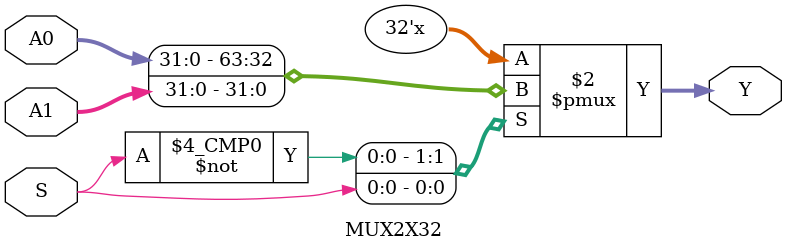
<source format=sv>
`timescale 1ns / 1ps
module MUX2X32(input logic [31:0] A0, A1,
               input logic        S,
               output logic [31:0] Y);
    
    always_comb begin
        case (S)
            1'b0: Y = A0; // Y = (S) ? A1 : A0;
            1'b1: Y = A1;
        endcase
    end

endmodule

</source>
